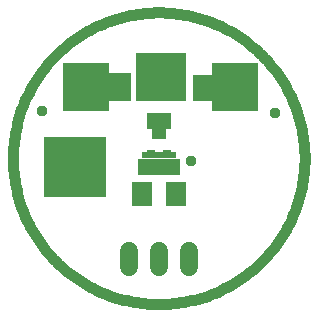
<source format=gbr>
G04 EAGLE Gerber X2 export*
%TF.Part,Single*%
%TF.FileFunction,Soldermask,Top,1*%
%TF.FilePolarity,Negative*%
%TF.GenerationSoftware,Autodesk,EAGLE,8.7.0*%
%TF.CreationDate,2018-03-12T13:44:09Z*%
G75*
%MOMM*%
%FSLAX34Y34*%
%LPD*%
%AMOC8*
5,1,8,0,0,1.08239X$1,22.5*%
G01*
%ADD10R,3.860800X4.064000*%
%ADD11R,2.032000X2.438400*%
%ADD12R,4.267200X4.064000*%
%ADD13R,1.828800X2.235200*%
%ADD14R,5.283200X5.080000*%
%ADD15R,2.032000X1.422400*%
%ADD16R,1.219200X1.016000*%
%ADD17R,3.657600X1.422400*%
%ADD18R,2.844800X0.609600*%
%ADD19C,0.914400*%
%ADD20R,0.838200X1.473200*%
%ADD21R,0.803200X0.753200*%
%ADD22R,1.803200X2.006200*%
%ADD23C,1.524000*%
%ADD24C,0.959600*%


D10*
X66040Y188976D03*
D11*
X93472Y188976D03*
D12*
X129032Y197104D03*
D13*
X165608Y187960D03*
D10*
X192024Y188976D03*
D14*
X56896Y120904D03*
D15*
X128016Y159512D03*
D16*
X128016Y149352D03*
D17*
X128016Y120904D03*
D18*
X128016Y131064D03*
D19*
X4064Y128270D02*
X4101Y131299D01*
X4213Y134327D01*
X4398Y137351D01*
X4658Y140370D01*
X4992Y143381D01*
X5400Y146383D01*
X5881Y149374D01*
X6436Y152353D01*
X7063Y155317D01*
X7763Y158264D01*
X8536Y161194D01*
X9379Y164104D01*
X10294Y166992D01*
X11280Y169857D01*
X12336Y172697D01*
X13461Y175510D01*
X14654Y178295D01*
X15916Y181049D01*
X17245Y183772D01*
X18640Y186461D01*
X20101Y189115D01*
X21627Y191733D01*
X23216Y194312D01*
X24868Y196852D01*
X26582Y199350D01*
X28357Y201806D01*
X30191Y204217D01*
X32084Y206582D01*
X34035Y208900D01*
X36042Y211170D01*
X38104Y213390D01*
X40220Y215558D01*
X42388Y217674D01*
X44608Y219736D01*
X46878Y221743D01*
X49196Y223694D01*
X51561Y225587D01*
X53972Y227421D01*
X56428Y229196D01*
X58926Y230910D01*
X61466Y232562D01*
X64045Y234151D01*
X66663Y235677D01*
X69317Y237138D01*
X72006Y238533D01*
X74729Y239862D01*
X77483Y241124D01*
X80268Y242317D01*
X83081Y243442D01*
X85921Y244498D01*
X88786Y245484D01*
X91674Y246399D01*
X94584Y247242D01*
X97514Y248015D01*
X100461Y248715D01*
X103425Y249342D01*
X106404Y249897D01*
X109395Y250378D01*
X112397Y250786D01*
X115408Y251120D01*
X118427Y251380D01*
X121451Y251565D01*
X124479Y251677D01*
X127508Y251714D01*
X130537Y251677D01*
X133565Y251565D01*
X136589Y251380D01*
X139608Y251120D01*
X142619Y250786D01*
X145621Y250378D01*
X148612Y249897D01*
X151591Y249342D01*
X154555Y248715D01*
X157502Y248015D01*
X160432Y247242D01*
X163342Y246399D01*
X166230Y245484D01*
X169095Y244498D01*
X171935Y243442D01*
X174748Y242317D01*
X177533Y241124D01*
X180287Y239862D01*
X183010Y238533D01*
X185699Y237138D01*
X188353Y235677D01*
X190971Y234151D01*
X193550Y232562D01*
X196090Y230910D01*
X198588Y229196D01*
X201044Y227421D01*
X203455Y225587D01*
X205820Y223694D01*
X208138Y221743D01*
X210408Y219736D01*
X212628Y217674D01*
X214796Y215558D01*
X216912Y213390D01*
X218974Y211170D01*
X220981Y208900D01*
X222932Y206582D01*
X224825Y204217D01*
X226659Y201806D01*
X228434Y199350D01*
X230148Y196852D01*
X231800Y194312D01*
X233389Y191733D01*
X234915Y189115D01*
X236376Y186461D01*
X237771Y183772D01*
X239100Y181049D01*
X240362Y178295D01*
X241555Y175510D01*
X242680Y172697D01*
X243736Y169857D01*
X244722Y166992D01*
X245637Y164104D01*
X246480Y161194D01*
X247253Y158264D01*
X247953Y155317D01*
X248580Y152353D01*
X249135Y149374D01*
X249616Y146383D01*
X250024Y143381D01*
X250358Y140370D01*
X250618Y137351D01*
X250803Y134327D01*
X250915Y131299D01*
X250952Y128270D01*
X250915Y125241D01*
X250803Y122213D01*
X250618Y119189D01*
X250358Y116170D01*
X250024Y113159D01*
X249616Y110157D01*
X249135Y107166D01*
X248580Y104187D01*
X247953Y101223D01*
X247253Y98276D01*
X246480Y95346D01*
X245637Y92436D01*
X244722Y89548D01*
X243736Y86683D01*
X242680Y83843D01*
X241555Y81030D01*
X240362Y78245D01*
X239100Y75491D01*
X237771Y72768D01*
X236376Y70079D01*
X234915Y67425D01*
X233389Y64807D01*
X231800Y62228D01*
X230148Y59688D01*
X228434Y57190D01*
X226659Y54734D01*
X224825Y52323D01*
X222932Y49958D01*
X220981Y47640D01*
X218974Y45370D01*
X216912Y43150D01*
X214796Y40982D01*
X212628Y38866D01*
X210408Y36804D01*
X208138Y34797D01*
X205820Y32846D01*
X203455Y30953D01*
X201044Y29119D01*
X198588Y27344D01*
X196090Y25630D01*
X193550Y23978D01*
X190971Y22389D01*
X188353Y20863D01*
X185699Y19402D01*
X183010Y18007D01*
X180287Y16678D01*
X177533Y15416D01*
X174748Y14223D01*
X171935Y13098D01*
X169095Y12042D01*
X166230Y11056D01*
X163342Y10141D01*
X160432Y9298D01*
X157502Y8525D01*
X154555Y7825D01*
X151591Y7198D01*
X148612Y6643D01*
X145621Y6162D01*
X142619Y5754D01*
X139608Y5420D01*
X136589Y5160D01*
X133565Y4975D01*
X130537Y4863D01*
X127508Y4826D01*
X124479Y4863D01*
X121451Y4975D01*
X118427Y5160D01*
X115408Y5420D01*
X112397Y5754D01*
X109395Y6162D01*
X106404Y6643D01*
X103425Y7198D01*
X100461Y7825D01*
X97514Y8525D01*
X94584Y9298D01*
X91674Y10141D01*
X88786Y11056D01*
X85921Y12042D01*
X83081Y13098D01*
X80268Y14223D01*
X77483Y15416D01*
X74729Y16678D01*
X72006Y18007D01*
X69317Y19402D01*
X66663Y20863D01*
X64045Y22389D01*
X61466Y23978D01*
X58926Y25630D01*
X56428Y27344D01*
X53972Y29119D01*
X51561Y30953D01*
X49196Y32846D01*
X46878Y34797D01*
X44608Y36804D01*
X42388Y38866D01*
X40220Y40982D01*
X38104Y43150D01*
X36042Y45370D01*
X34035Y47640D01*
X32084Y49958D01*
X30191Y52323D01*
X28357Y54734D01*
X26582Y57190D01*
X24868Y59688D01*
X23216Y62228D01*
X21627Y64807D01*
X20101Y67425D01*
X18640Y70079D01*
X17245Y72768D01*
X15916Y75491D01*
X14654Y78245D01*
X13461Y81030D01*
X12336Y83843D01*
X11280Y86683D01*
X10294Y89548D01*
X9379Y92436D01*
X8536Y95346D01*
X7763Y98276D01*
X7063Y101223D01*
X6436Y104187D01*
X5881Y107166D01*
X5400Y110157D01*
X4992Y113159D01*
X4658Y116170D01*
X4398Y119189D01*
X4213Y122213D01*
X4101Y125241D01*
X4064Y128270D01*
D20*
X74708Y131670D03*
D21*
X121079Y131535D03*
X134079Y131535D03*
X127579Y150035D03*
D20*
X127579Y187745D03*
D22*
X141799Y98347D03*
X113359Y98347D03*
D20*
X203460Y198144D03*
X55324Y197298D03*
D23*
X102433Y49497D02*
X102433Y36289D01*
X153233Y36289D02*
X153233Y49497D01*
X127833Y49497D02*
X127833Y36289D01*
D24*
X154432Y125984D03*
X28448Y168656D03*
X225552Y166624D03*
M02*

</source>
